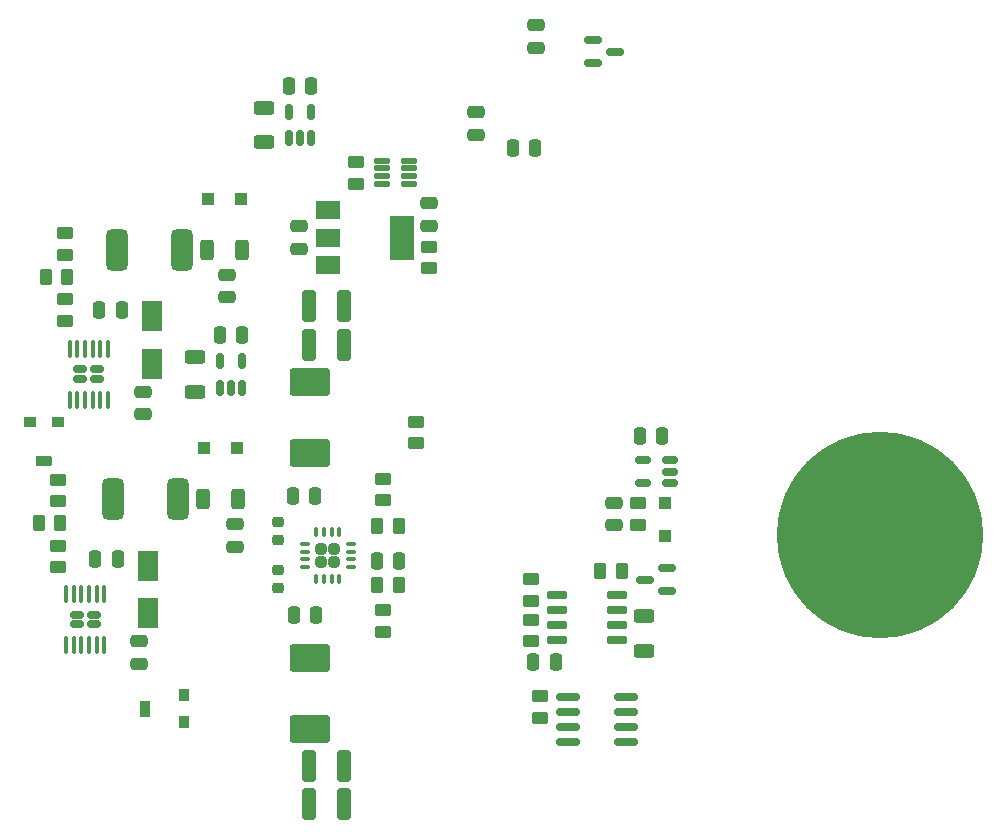
<source format=gbr>
%TF.GenerationSoftware,KiCad,Pcbnew,6.0.10*%
%TF.CreationDate,2022-12-29T09:18:26-05:00*%
%TF.ProjectId,piridium-bus,70697269-6469-4756-9d2d-6275732e6b69,rev?*%
%TF.SameCoordinates,Original*%
%TF.FileFunction,Paste,Bot*%
%TF.FilePolarity,Positive*%
%FSLAX46Y46*%
G04 Gerber Fmt 4.6, Leading zero omitted, Abs format (unit mm)*
G04 Created by KiCad (PCBNEW 6.0.10) date 2022-12-29 09:18:26*
%MOMM*%
%LPD*%
G01*
G04 APERTURE LIST*
G04 Aperture macros list*
%AMRoundRect*
0 Rectangle with rounded corners*
0 $1 Rounding radius*
0 $2 $3 $4 $5 $6 $7 $8 $9 X,Y pos of 4 corners*
0 Add a 4 corners polygon primitive as box body*
4,1,4,$2,$3,$4,$5,$6,$7,$8,$9,$2,$3,0*
0 Add four circle primitives for the rounded corners*
1,1,$1+$1,$2,$3*
1,1,$1+$1,$4,$5*
1,1,$1+$1,$6,$7*
1,1,$1+$1,$8,$9*
0 Add four rect primitives between the rounded corners*
20,1,$1+$1,$2,$3,$4,$5,0*
20,1,$1+$1,$4,$5,$6,$7,0*
20,1,$1+$1,$6,$7,$8,$9,0*
20,1,$1+$1,$8,$9,$2,$3,0*%
G04 Aperture macros list end*
%ADD10RoundRect,0.150000X-0.725000X-0.150000X0.725000X-0.150000X0.725000X0.150000X-0.725000X0.150000X0*%
%ADD11RoundRect,0.250000X-0.450000X0.262500X-0.450000X-0.262500X0.450000X-0.262500X0.450000X0.262500X0*%
%ADD12R,1.100000X1.100000*%
%ADD13RoundRect,0.250000X0.450000X-0.262500X0.450000X0.262500X-0.450000X0.262500X-0.450000X-0.262500X0*%
%ADD14RoundRect,0.250000X-0.625000X0.312500X-0.625000X-0.312500X0.625000X-0.312500X0.625000X0.312500X0*%
%ADD15RoundRect,0.238649X-0.238648X-0.238648X0.238648X-0.238648X0.238648X0.238648X-0.238648X0.238648X0*%
%ADD16RoundRect,0.087500X-0.325000X-0.087500X0.325000X-0.087500X0.325000X0.087500X-0.325000X0.087500X0*%
%ADD17RoundRect,0.087500X-0.087500X-0.325000X0.087500X-0.325000X0.087500X0.325000X-0.087500X0.325000X0*%
%ADD18RoundRect,0.250000X0.475000X-0.250000X0.475000X0.250000X-0.475000X0.250000X-0.475000X-0.250000X0*%
%ADD19RoundRect,0.235000X-1.465000X0.940000X-1.465000X-0.940000X1.465000X-0.940000X1.465000X0.940000X0*%
%ADD20RoundRect,0.250000X0.250000X0.475000X-0.250000X0.475000X-0.250000X-0.475000X0.250000X-0.475000X0*%
%ADD21RoundRect,0.250000X-0.262500X-0.450000X0.262500X-0.450000X0.262500X0.450000X-0.262500X0.450000X0*%
%ADD22RoundRect,0.167500X0.407500X-0.167500X0.407500X0.167500X-0.407500X0.167500X-0.407500X-0.167500X0*%
%ADD23RoundRect,0.100000X0.100000X-0.625000X0.100000X0.625000X-0.100000X0.625000X-0.100000X-0.625000X0*%
%ADD24RoundRect,0.150000X0.512500X0.150000X-0.512500X0.150000X-0.512500X-0.150000X0.512500X-0.150000X0*%
%ADD25RoundRect,0.225000X-0.250000X0.225000X-0.250000X-0.225000X0.250000X-0.225000X0.250000X0.225000X0*%
%ADD26RoundRect,0.250000X-0.325000X-1.100000X0.325000X-1.100000X0.325000X1.100000X-0.325000X1.100000X0*%
%ADD27RoundRect,0.150000X0.587500X0.150000X-0.587500X0.150000X-0.587500X-0.150000X0.587500X-0.150000X0*%
%ADD28RoundRect,0.225000X0.250000X-0.225000X0.250000X0.225000X-0.250000X0.225000X-0.250000X-0.225000X0*%
%ADD29RoundRect,0.225000X-0.325000X-0.225000X0.325000X-0.225000X0.325000X0.225000X-0.325000X0.225000X0*%
%ADD30RoundRect,0.225000X-0.475000X-0.225000X0.475000X-0.225000X0.475000X0.225000X-0.475000X0.225000X0*%
%ADD31RoundRect,0.250000X-0.250000X-0.475000X0.250000X-0.475000X0.250000X0.475000X-0.250000X0.475000X0*%
%ADD32RoundRect,0.250000X0.312500X0.625000X-0.312500X0.625000X-0.312500X-0.625000X0.312500X-0.625000X0*%
%ADD33RoundRect,0.250000X-0.475000X0.250000X-0.475000X-0.250000X0.475000X-0.250000X0.475000X0.250000X0*%
%ADD34RoundRect,0.150000X0.150000X-0.512500X0.150000X0.512500X-0.150000X0.512500X-0.150000X-0.512500X0*%
%ADD35RoundRect,0.462500X-0.462500X-1.287500X0.462500X-1.287500X0.462500X1.287500X-0.462500X1.287500X0*%
%ADD36R,1.800000X2.500000*%
%ADD37R,2.000000X1.500000*%
%ADD38R,2.000000X3.800000*%
%ADD39C,17.500000*%
%ADD40RoundRect,0.150000X-0.825000X-0.150000X0.825000X-0.150000X0.825000X0.150000X-0.825000X0.150000X0*%
%ADD41RoundRect,0.150000X-0.587500X-0.150000X0.587500X-0.150000X0.587500X0.150000X-0.587500X0.150000X0*%
%ADD42RoundRect,0.125000X-0.537500X-0.125000X0.537500X-0.125000X0.537500X0.125000X-0.537500X0.125000X0*%
%ADD43RoundRect,0.225000X-0.225000X0.325000X-0.225000X-0.325000X0.225000X-0.325000X0.225000X0.325000X0*%
%ADD44RoundRect,0.225000X-0.225000X0.475000X-0.225000X-0.475000X0.225000X-0.475000X0.225000X0.475000X0*%
G04 APERTURE END LIST*
D10*
%TO.C,U17*%
X150079000Y-126492000D03*
X150079000Y-125222000D03*
X150079000Y-123952000D03*
X150079000Y-122682000D03*
X155229000Y-122682000D03*
X155229000Y-123952000D03*
X155229000Y-125222000D03*
X155229000Y-126492000D03*
%TD*%
D11*
%TO.C,R30*%
X108481500Y-97682000D03*
X108481500Y-99507000D03*
%TD*%
D12*
%TO.C,D9*%
X120200000Y-110302000D03*
X123000000Y-110302000D03*
%TD*%
D13*
%TO.C,R15*%
X135377000Y-125833500D03*
X135377000Y-124008500D03*
%TD*%
D14*
%TO.C,R51*%
X157480000Y-124521500D03*
X157480000Y-127446500D03*
%TD*%
D13*
%TO.C,R48*%
X148655000Y-133119500D03*
X148655000Y-131294500D03*
%TD*%
D15*
%TO.C,U3*%
X130151500Y-119930000D03*
X131251500Y-119930000D03*
X131251500Y-118830000D03*
X130151500Y-118830000D03*
D16*
X128739000Y-120355000D03*
X128739000Y-119705000D03*
X128739000Y-119055000D03*
X128739000Y-118405000D03*
D17*
X129726500Y-117417500D03*
X130376500Y-117417500D03*
X131026500Y-117417500D03*
X131676500Y-117417500D03*
D16*
X132664000Y-118405000D03*
X132664000Y-119055000D03*
X132664000Y-119705000D03*
X132664000Y-120355000D03*
D17*
X131676500Y-121342500D03*
X131026500Y-121342500D03*
X130376500Y-121342500D03*
X129726500Y-121342500D03*
%TD*%
D14*
%TO.C,R34*%
X125288000Y-81463000D03*
X125288000Y-84388000D03*
%TD*%
D18*
%TO.C,C2*%
X139294000Y-91456250D03*
X139294000Y-89556250D03*
%TD*%
D19*
%TO.C,L2*%
X129177500Y-128039000D03*
X129177500Y-134089000D03*
%TD*%
D13*
%TO.C,R38*%
X107884000Y-114770500D03*
X107884000Y-112945500D03*
%TD*%
D20*
%TO.C,C35*%
X159004000Y-109220000D03*
X157104000Y-109220000D03*
%TD*%
D18*
%TO.C,C23*%
X115085500Y-107418500D03*
X115085500Y-105518500D03*
%TD*%
D14*
%TO.C,R41*%
X119446000Y-102570690D03*
X119446000Y-105495690D03*
%TD*%
D21*
%TO.C,R50*%
X153773500Y-120650000D03*
X155598500Y-120650000D03*
%TD*%
%TO.C,R39*%
X106209500Y-116652000D03*
X108034500Y-116652000D03*
%TD*%
D22*
%TO.C,U12*%
X110880000Y-125190000D03*
X109460000Y-125190000D03*
X109460000Y-124370000D03*
X110880000Y-124370000D03*
D23*
X111795000Y-126930000D03*
X111145000Y-126930000D03*
X110495000Y-126930000D03*
X109845000Y-126930000D03*
X109195000Y-126930000D03*
X108545000Y-126930000D03*
X108545000Y-122630000D03*
X109195000Y-122630000D03*
X109845000Y-122630000D03*
X110495000Y-122630000D03*
X111145000Y-122630000D03*
X111795000Y-122630000D03*
%TD*%
D24*
%TO.C,U16*%
X159633500Y-111318000D03*
X159633500Y-112268000D03*
X159633500Y-113218000D03*
X157358500Y-113218000D03*
X157358500Y-111318000D03*
%TD*%
D25*
%TO.C,C9*%
X126487000Y-120590000D03*
X126487000Y-122140000D03*
%TD*%
D13*
%TO.C,R26*%
X138176000Y-109878500D03*
X138176000Y-108053500D03*
%TD*%
D26*
%TO.C,C5*%
X129125000Y-101553000D03*
X132075000Y-101553000D03*
%TD*%
D27*
%TO.C,Q14*%
X159433500Y-120462000D03*
X159433500Y-122362000D03*
X157558500Y-121412000D03*
%TD*%
D22*
%TO.C,U10*%
X111171500Y-104436500D03*
X109751500Y-103616500D03*
X111171500Y-103616500D03*
X109751500Y-104436500D03*
D23*
X112086500Y-106176500D03*
X111436500Y-106176500D03*
X110786500Y-106176500D03*
X110136500Y-106176500D03*
X109486500Y-106176500D03*
X108836500Y-106176500D03*
X108836500Y-101876500D03*
X109486500Y-101876500D03*
X110136500Y-101876500D03*
X110786500Y-101876500D03*
X111436500Y-101876500D03*
X112086500Y-101876500D03*
%TD*%
D18*
%TO.C,C28*%
X114742000Y-128524000D03*
X114742000Y-126624000D03*
%TD*%
D12*
%TO.C,D11*%
X159258000Y-114932000D03*
X159258000Y-117732000D03*
%TD*%
D26*
%TO.C,C13*%
X129125000Y-140415000D03*
X132075000Y-140415000D03*
%TD*%
D28*
%TO.C,C8*%
X126487000Y-118076000D03*
X126487000Y-116526000D03*
%TD*%
D29*
%TO.C,RV1*%
X107830000Y-108078000D03*
D30*
X106680000Y-111378000D03*
D29*
X105530000Y-108078000D03*
%TD*%
D18*
%TO.C,C37*%
X154940000Y-116805810D03*
X154940000Y-114905810D03*
%TD*%
D31*
%TO.C,C11*%
X127823000Y-124413000D03*
X129723000Y-124413000D03*
%TD*%
D32*
%TO.C,R33*%
X123406000Y-93514500D03*
X120481000Y-93514500D03*
%TD*%
D19*
%TO.C,L1*%
X129177500Y-104671000D03*
X129177500Y-110721000D03*
%TD*%
D33*
%TO.C,C1*%
X128270000Y-91506000D03*
X128270000Y-93406000D03*
%TD*%
D12*
%TO.C,D5*%
X120543500Y-89196500D03*
X123343500Y-89196500D03*
%TD*%
D20*
%TO.C,C31*%
X123444000Y-100731190D03*
X121544000Y-100731190D03*
%TD*%
D34*
%TO.C,U13*%
X123444000Y-105170690D03*
X122494000Y-105170690D03*
X121544000Y-105170690D03*
X121544000Y-102895690D03*
X123444000Y-102895690D03*
%TD*%
D13*
%TO.C,R2*%
X133096000Y-87884000D03*
X133096000Y-86059000D03*
%TD*%
D20*
%TO.C,C24*%
X113241500Y-98594500D03*
X111341500Y-98594500D03*
%TD*%
D35*
%TO.C,L4*%
X112475000Y-114620000D03*
X118025000Y-114620000D03*
%TD*%
D13*
%TO.C,R18*%
X147896500Y-126635500D03*
X147896500Y-124810500D03*
%TD*%
D36*
%TO.C,D4*%
X115847500Y-99134500D03*
X115847500Y-103134500D03*
%TD*%
D32*
%TO.C,R40*%
X123062500Y-114620000D03*
X120137500Y-114620000D03*
%TD*%
D37*
%TO.C,U1*%
X130708000Y-94756000D03*
X130708000Y-92456000D03*
D38*
X137008000Y-92456000D03*
D37*
X130708000Y-90156000D03*
%TD*%
D33*
%TO.C,C30*%
X122870000Y-116718000D03*
X122870000Y-118618000D03*
%TD*%
D31*
%TO.C,C27*%
X146370000Y-84836000D03*
X148270000Y-84836000D03*
%TD*%
D21*
%TO.C,R32*%
X106807000Y-95800500D03*
X108632000Y-95800500D03*
%TD*%
D20*
%TO.C,C29*%
X112898000Y-119700000D03*
X110998000Y-119700000D03*
%TD*%
D13*
%TO.C,R31*%
X108481500Y-93919000D03*
X108481500Y-92094000D03*
%TD*%
D39*
%TO.C,BT1*%
X177470000Y-117616000D03*
%TD*%
D13*
%TO.C,R19*%
X147896500Y-123213500D03*
X147896500Y-121388500D03*
%TD*%
D40*
%TO.C,Q13*%
X151006000Y-135128000D03*
X151006000Y-133858000D03*
X151006000Y-132588000D03*
X151006000Y-131318000D03*
X155956000Y-131318000D03*
X155956000Y-132588000D03*
X155956000Y-133858000D03*
X155956000Y-135128000D03*
%TD*%
D11*
%TO.C,R49*%
X156972000Y-114943310D03*
X156972000Y-116768310D03*
%TD*%
D41*
%TO.C,U7*%
X153113500Y-77658000D03*
X153113500Y-75758000D03*
X154988500Y-76708000D03*
%TD*%
D31*
%TO.C,C10*%
X134869000Y-119841000D03*
X136769000Y-119841000D03*
%TD*%
D42*
%TO.C,U2*%
X135260500Y-87884000D03*
X135260500Y-87234000D03*
X135260500Y-86584000D03*
X135260500Y-85934000D03*
X137535500Y-85934000D03*
X137535500Y-86584000D03*
X137535500Y-87234000D03*
X137535500Y-87884000D03*
%TD*%
D21*
%TO.C,R5*%
X134869000Y-116840000D03*
X136694000Y-116840000D03*
%TD*%
D20*
%TO.C,C36*%
X149981428Y-128397000D03*
X148081428Y-128397000D03*
%TD*%
D33*
%TO.C,C16*%
X143256000Y-81854000D03*
X143256000Y-83754000D03*
%TD*%
D26*
%TO.C,C6*%
X129125000Y-98251000D03*
X132075000Y-98251000D03*
%TD*%
D34*
%TO.C,U11*%
X129286000Y-84063000D03*
X128336000Y-84063000D03*
X127386000Y-84063000D03*
X127386000Y-81788000D03*
X129286000Y-81788000D03*
%TD*%
D26*
%TO.C,C12*%
X129125000Y-137160000D03*
X132075000Y-137160000D03*
%TD*%
D33*
%TO.C,C25*%
X122174000Y-95612500D03*
X122174000Y-97512500D03*
%TD*%
D11*
%TO.C,R10*%
X139294000Y-93234250D03*
X139294000Y-95059250D03*
%TD*%
D18*
%TO.C,C22*%
X148336000Y-76388000D03*
X148336000Y-74488000D03*
%TD*%
D20*
%TO.C,C26*%
X129286000Y-79623500D03*
X127386000Y-79623500D03*
%TD*%
D11*
%TO.C,R37*%
X107884000Y-118533500D03*
X107884000Y-120358500D03*
%TD*%
D21*
%TO.C,R16*%
X134869000Y-121873000D03*
X136694000Y-121873000D03*
%TD*%
D31*
%TO.C,C7*%
X127719500Y-114300000D03*
X129619500Y-114300000D03*
%TD*%
D43*
%TO.C,RV2*%
X118490000Y-133484000D03*
D44*
X115190000Y-132334000D03*
D43*
X118490000Y-131184000D03*
%TD*%
D35*
%TO.C,L3*%
X112818500Y-93514500D03*
X118368500Y-93514500D03*
%TD*%
D11*
%TO.C,R4*%
X135377000Y-112879500D03*
X135377000Y-114704500D03*
%TD*%
D36*
%TO.C,D8*%
X115504000Y-120240000D03*
X115504000Y-124240000D03*
%TD*%
M02*

</source>
